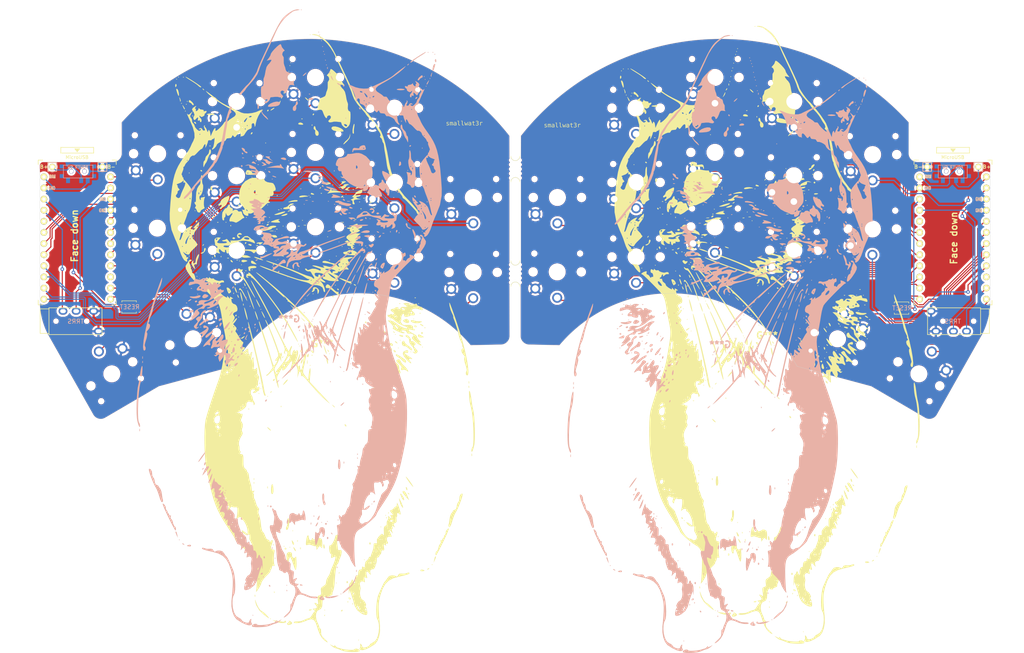
<source format=kicad_pcb>
(kicad_pcb (version 20240108) (generator "pcbnew") (generator_version "8.0")
  (layers (0 "F.Cu" signal) (31 "B.Cu" signal) (34 "B.Paste" user) (35 "F.Paste" user) (36 "B.SilkS" user "B.Silkscreen") (37 "F.SilkS" user "F.Silkscreen") (38 "B.Mask" user) (39 "F.Mask" user) (44 "Edge.Cuts" user))
  (net 0 "")
  (net 1 "BT+")
  (net 2 "gnd")
  (net 3 "vcc")
  (net 4 "Switch18")
  (net 5 "reset")
  (net 6 "Switch1")
  (net 7 "Switch2")
  (net 8 "Switch3")
  (net 9 "Switch4")
  (net 10 "Switch5")
  (net 11 "Switch6")
  (net 12 "Switch7")
  (net 13 "Switch8")
  (net 14 "Switch9")
  (net 15 "Switch10")
  (net 16 "Switch11")
  (net 17 "Switch12")
  (net 18 "Switch13")
  (net 19 "Switch14")
  (net 20 "Switch15")
  (net 21 "Switch16")
  (net 22 "Switch17")
  (net 23 "Net-(SW_POWER1-Pad1)")
  (net 24 "raw")
  (net 25 "BT+_r")
  (net 26 "Switch18_r")
  (net 27 "reset_r")
  (net 28 "Switch9_r")
  (net 29 "Switch10_r")
  (net 30 "Switch11_r")
  (net 31 "Switch12_r")
  (net 32 "Switch13_r")
  (net 33 "Switch14_r")
  (net 34 "Switch15_r")
  (net 35 "Switch16_r")
  (net 36 "Switch17_r")
  (net 37 "Switch1_r")
  (net 38 "Switch2_r")
  (net 39 "Switch3_r")
  (net 40 "Switch4_r")
  (net 41 "Switch5_r")
  (net 42 "Switch6_r")
  (net 43 "Switch7_r")
  (net 44 "Switch8_r")
  (net 45 "Net-(SW_POWERR1-Pad1)")
  (footprint "kbd:ProMicro_v3_min" (layer "F.Cu") (at 230.178 67.564)
    (property "Reference" "U1" (hide yes))
    (property "Value" "ProMicro-kbd" (hide yes))
  )
  (footprint "Kailh:TRRS-PJ-320A" (layer "F.Cu") (at 236.474 86.052 -90)
    (property "Reference" "J2")
    (property "Value" "AudioJack4dpb" (hide yes))
  )
  (footprint "* duckyb-collection:choc-v1-with-millmax" (layer "F.Cu") (at 175.856 64.516)
    (property "Reference" "SW16" (hide yes))
    (property "Value" "SW_Push" (hide yes))
  )
  (footprint "* duckyb-collection:choc-v1-with-millmax" (layer "F.Cu") (at 222.386 98.082 150)
    (property "Reference" "SW20" (hide yes))
    (property "Value" "SW_Push" (hide yes))
  )
  (footprint "* duckyb-collection:choc-v1-with-millmax" (layer "F.Cu") (at 157.856 71.374)
    (property "Reference" "SW15" (hide yes))
    (property "Value" "SW_Push" (hide yes))
  )
  (footprint "* duckyb-collection:choc-v1-with-millmax" (layer "F.Cu") (at 203.826 90.082 165)
    (property "Reference" "SW21" (hide yes))
    (property "Value" "SW_Push" (hide yes))
  )
  (footprint "* duckyb-collection:choc-v1-with-millmax" (layer "F.Cu") (at 193.856 69.85)
    (property "Reference" "SW17" (hide yes))
    (property "Value" "SW_Push" (hide yes))
  )
  (footprint "* duckyb-collection:choc-v1-with-millmax" (layer "F.Cu") (at 211.78 65)
    (property "Reference" "SW18" (hide yes))
    (property "Value" "SW_Push" (hide yes))
  )
  (footprint "* duckyb-collection:choc-v1-with-millmax" (layer "F.Cu") (at 175.856 30.382)
    (property "Reference" "SW4" (hide yes))
    (property "Value" "SW_Push" (hide yes))
  )
  (footprint "* duckyb-collection:choc-v1-with-millmax" (layer "F.Cu") (at 157.856 37.382)
    (property "Reference" "SW3" (hide yes))
    (property "Value" "SW_Push" (hide yes))
  )
  (footprint "* duckyb-collection:choc-v1-with-millmax" (layer "F.Cu") (at 157.856 54.356)
    (property "Reference" "SW9" (hide yes))
    (property "Value" "SW_Push" (hide yes))
  )
  (footprint "* duckyb-collection:choc-v1-with-millmax" (layer "F.Cu") (at 139.856 74.8)
    (property "Reference" "SW14" (hide yes))
    (property "Value" "SW_Push" (hide yes))
  )
  (footprint "* duckyb-collection:choc-v1-with-millmax" (layer "F.Cu") (at 211.836 48)
    (property "Reference" "SW12" (hide yes))
    (property "Value" "SW_Push" (hide yes))
  )
  (footprint "* duckyb-collection:choc-v1-with-millmax" (layer "F.Cu") (at 193.856 52.832)
    (property "Reference" "SW11" (hide yes))
    (property "Value" "SW_Push" (hide yes))
  )
  (footprint "* duckyb-collection:choc-v1-with-millmax" (layer "F.Cu") (at 139.9 57.8)
    (property "Reference" "SW8" (hide yes))
    (property "Value" "SW_Push" (hide yes))
  )
  (footprint "* duckyb-collection:choc-v1-with-millmax" (layer "F.Cu") (at 193.856 35.882)
    (property "Reference" "SW5" (hide yes))
    (property "Value" "SW_Push" (hide yes))
  )
  (footprint "Duckyb-Parts:mouse-bite-5mm-slot-with-space-for-track" (layer "F.Cu") (at 130.302 51.308)
    (property "Reference" "mouse-bite-2mm-slot" (hide yes))
    (property "Value" "VAL**" (hide yes))
  )
  (footprint "Duckyb-Parts:mouse-bite-5mm-slot-with-space-for-track" (layer "F.Cu") (at 130.302 75.184)
    (property "Reference" "mouse-bite-2mm-slot" (hide yes))
    (property "Value" "VAL**" (hide yes))
  )
  (footprint "kbd:SW_SPST_B3U-1000P" (layer "F.Cu") (at 218.44 83.058)
    (property "Reference" "RSW1" (hide yes))
    (property "Value" "SW_Push")
  )
  (footprint "* duckyb-collection:choc-v1-with-millmax" (layer "F.Cu") (at 175.856 47.498)
    (property "Reference" "SW10" (hide yes))
    (property "Value" "SW_Push" (hide yes))
  )
  (footprint "kbd:1pin_conn" (layer "F.Cu") (at 235.966 50.8)
    (property "Reference" "B+")
    (property "Value" "MountingHole_Pad" (hide yes))
  )
  (footprint "kbd:1pin_conn" (layer "F.Cu") (at 224.282 50.8)
    (property "Reference" "B-")
    (property "Value" "MountingHole_Pad" (hide yes))
  )
  (footprint "kbd:ProMicro_v3_min" (layer "F.Cu") (at 30.326 67.564)
    (property "Reference" "U2" (hide yes))
    (property "Value" "ProMicro-kbd" (hide yes))
  )
  (footprint "Kailh:TRRS-PJ-320A" (layer "F.Cu") (at 23.876 86.052 90)
    (property "Reference" "J1")
    (property "Value" "AudioJack4dpb" (hide yes))
  )
  (footprint "* duckyb-collection:choc-v1-with-millmax" (layer "F.Cu") (at 48.6 64.8)
    (property "Reference" "SW17_r1" (hide yes))
    (property "Value" "SW_Push" (hide yes))
  )
  (footprint "* duckyb-collection:choc-v1-with-millmax" (layer "F.Cu") (at 66.7 52.832)
    (property "Reference" "SW11_r1" (hide yes))
    (property "Value" "SW_Push" (hide yes))
  )
  (footprint "* duckyb-collection:choc-v1-with-millmax" (layer "F.Cu") (at 84.688 64.516)
    (property "Reference" "SW15_r1" (hide yes))
    (property "Value" "SW_Push" (hide yes))
  )
  (footprint "* duckyb-collection:choc-v1-with-millmax" (layer "F.Cu") (at 102.714 71.374)
    (property "Reference" "SW18_r1" (hide yes))
    (property "Value" "SW_Push" (hide yes))
  )
  (footprint "* duckyb-collection:choc-v1-with-millmax" (layer "F.Cu") (at 66.7 35.882)
    (property "Reference" "SW5_r1" (hide yes))
    (property "Value" "SW_Push" (hide yes))
  )
  (footprint "* duckyb-collection:choc-v1-with-millmax" (layer "F.Cu") (at 66.7 69.85)
    (property "Reference" "SW16_r1" (hide yes))
    (property "Value" "SW_Push" (hide yes))
  )
  (footprint "* duckyb-collection:choc-v1-with-millmax" (layer "F.Cu") (at 84.688 30.382)
    (property "Reference" "SW4_r1" (hide yes))
    (property "Value" "SW_Push" (hide yes))
  )
  (footprint "* duckyb-collection:choc-v1-with-millmax" (layer "F.Cu") (at 120.68 74.9)
    (property "Reference" "SW13_r1" (hide yes))
    (property "Value" "SW_Push" (hide yes))
  )
  (footprint "* duckyb-collection:choc-v1-with-millmax" (layer "F.Cu") (at 48.686 47.8)
    (property "Reference" "SW12_r1" (hide yes))
    (property "Value" "SW_Push" (hide yes))
  )
  (footprint "* duckyb-collection:choc-v1-with-millmax" (layer "F.Cu") (at 102.714 37.382)
    (property "Reference" "SW3_r1" (hide yes))
    (property "Value" "SW_Push" (hide yes))
  )
  (footprint "* duckyb-collection:choc-v1-with-millmax" (layer "F.Cu") (at 102.714 54.356)
    (property "Reference" "SW8_r1" (hide yes))
    (property "Value" "SW_Push" (hide yes))
  )
  (footprint "* duckyb-collection:choc-v1-with-millmax" (layer "F.Cu") (at 56.778 90.082 -165)
    (property "Reference" "SW21_r1" (hide yes))
    (property "Value" "SW_Push" (hide yes))
  )
  (footprint "* duckyb-collection:choc-v1-with-millmax" (layer "F.Cu") (at 84.688 47.498)
    (property "Reference" "SW9_r1" (hide yes))
    (property "Value" "SW_Push" (hide yes))
  )
  (footprint "* duckyb-collection:choc-v1-with-millmax" (layer "F.Cu") (at 38.218 98.082 -150)
    (property "Reference" "SW20_r1" (hide yes))
    (property "Value" "SW_Push" (hide yes))
  )
  (footprint "* duckyb-collection:choc-v1-with-millmax" (layer "F.Cu") (at 120.705 57.8)
    (property "Reference" "SW7_r1" (hide yes))
    (property "Value" "SW_Push" (hide yes))
  )
  (footprint "kbd:1pin_conn" (layer "F.Cu") (at 36.068 50.8)
    (property "Reference" "B-")
    (property "Value" "MountingHole_Pad" (hide yes))
  )
  (footprint "kbd:1pin_conn" (layer "F.Cu") (at 24.638 50.8)
    (property "Reference" "B+")
    (property "Value" "MountingHole_Pad" (hide yes))
  )
  (footprint "kbd:SW_SPST_B3U-1000P" (layer "F.Cu") (at 42.164 82.804)
    (property "Reference" "RSW2" (hide yes))
    (property "Value" "SW_Push")
  )
  (footprint "Desktop:lila" (layer "F.Cu") (at 187.75 89.29)
    (property "Reference" "G***")
    (property "Value" "LOGO" (hide yes))
  )
  (footprint "Desktop:lila" (layer "F.Cu") (at 86.25 91.18)
    (property "Reference" "G***")
    (property "Value" "LOGO" (hide yes))
  )
  (footprint "Kailh:SPDT_C128955" (layer "B.Cu") (at 230.124 51.816 180)
    (property "Reference" "POWER SW")
    (property "Value" "SW_SPDT")
  )
  (footprint "Kailh:SPDT_C128955" (layer "B.Cu") (at 30.48 51.816 180)
    (property "Reference" "POWER SW")
    (property "Value" "SW_SPDT")
  )
  (footprint "Desktop:lila" (layer "B.Cu") (at 78.69 85.51 180)
    (property "Reference" "G***")
    (property "Value" "LOGO" (hide yes))
  )
  (footprint "Desktop:lila" (layer "B.Cu") (at 177.03 91.39 180)
    (property "Reference" "G***")
    (property "Value" "LOGO" (hide yes))
  )
  (gr_rect (start 27.178 50.419) (end 33.909 53.34) (stroke (width 0.12)) (fill none) (layer "B.SilkS"))
  (gr_rect (start 226.822 50.419) (end 233.426 53.34) (stroke (width 0.12)) (fill none) (layer "B.SilkS"))
  (gr_line (start 131.5085 77.724) (end 131.506254 89.547024) (stroke (width 0.05)) (layer "Edge.Cuts"))
  (gr_arc (start 226.446 107.451265) (mid 225.204995 108.32098) (end 223.714 108.05) (stroke (width 0.05)) (layer "Edge.Cuts"))
  (gr_arc (start 237.99 49.692001) (mid 238.48768 49.929112) (end 238.6898 50.442) (stroke (width 0.05)) (layer "Edge.Cuts"))
  (gr_arc (start 133.544 91.383119) (mid 132.156573 90.874102) (end 131.506254 89.547024) (stroke (width 0.05)) (layer "Edge.Cuts"))
  (gr_line (start 222.085002 49.694917) (end 237.99 49.692) (stroke (width 0.05)) (layer "Edge.Cuts"))
  (gr_line (start 238.688 58.42) (end 238.688 66.548) (stroke (width 0.05)) (layer "Edge.Cuts"))
  (gr_line (start 236.953304 88.85815) (end 226.446 107.451265) (stroke (width 0.05)) (layer "Edge.Cuts"))
  (gr_arc (start 238.7 81.534) (mid 238.242913 85.295347) (end 236.953304 88.85815) (stroke (width 0.05)) (layer "Edge.Cuts"))
  (gr_line (start 238.688 50.442) (end 238.688 58.42) (stroke (width 0.05)) (layer "Edge.Cuts"))
  (gr_line (start 129.3495 48.768) (end 128.96 48.768) (stroke (width 0.05)) (layer "Edge.Cuts"))
  (gr_line (start 238.688 66.548) (end 238.688 75.438) (stroke (width 0.05)) (layer "Edge.Cuts"))
  (gr_line (start 238.688 75.438) (end 238.7 81.534) (stroke (width 0.05)) (layer "Edge.Cuts"))
  (gr_line (start 129.3495 72.644) (end 128.96 72.644) (stroke (width 0.05)) (layer "Edge.Cuts"))
  (gr_line (start 129.3495 53.848) (end 128.96 53.848) (stroke (width 0.05)) (layer "Edge.Cuts"))
  (gr_line (start 129.3495 77.724) (end 128.96 77.724) (stroke (width 0.05)) (layer "Edge.Cuts"))
  (gr_line (start 131.572 53.848) (end 131.572 72.644) (stroke (width 0.05)) (layer "Edge.Cuts"))
  (gr_line (start 21.792 50.442) (end 21.792 58.42) (stroke (width 0.05)) (layer "Edge.Cuts"))
  (gr_line (start 128.96 77.724) (end 128.975507 89.545022) (stroke (width 0.05)) (layer "Edge.Cuts"))
  (gr_arc (start 128.975507 89.545022) (mid 128.324689 90.873432) (end 126.936 91.383119) (stroke (width 0.05)) (layer "Edge.Cuts"))
  (gr_line (start 21.792 66.548) (end 21.792 73.914) (stroke (width 0.05)) (layer "Edge.Cuts"))
  (gr_line (start 23.526696 88.85815) (end 34.034 107.451265) (stroke (width 0.05)) (layer "Edge.Cuts"))
  (gr_arc (start 40.481999 47.763999) (mid 39.859467 49.145717) (end 38.446998 49.694917) (stroke (width 0.05)) (layer "Edge.Cuts"))
  (gr_arc (start 23.526696 88.85815) (mid 22.237087 85.295347) (end 21.78 81.534) (stroke (width 0.05)) (layer "Edge.Cuts"))
  (gr_arc (start 21.792 50.442) (mid 22.01167 49.91167) (end 22.542 49.692) (stroke (width 0.05)) (layer "Edge.Cuts"))
  (gr_line (start 38.446998 49.694917) (end 22.542 49.692) (stroke (width 0.05)) (layer "Edge.Cuts"))
  (gr_line (start 21.792 58.42) (end 21.792 66.548) (stroke (width 0.05)) (layer "Edge.Cuts"))
  (gr_arc (start 36.766 108.05) (mid 35.275005 108.32098) (end 34.034 107.451265) (stroke (width 0.05)) (layer "Edge.Cuts"))
  (gr_line (start 21.792 73.914) (end 21.78 81.534) (stroke (width 0.05)) (layer "Edge.Cuts"))
  (gr_line (start 128.96 53.848) (end 128.96 72.644) (stroke (width 0.05)) (layer "Edge.Cuts"))
  (gr_line (start 120.109414 91.53524) (end 126.936 91.383119) (stroke (width 0.05)) (layer "Edge.Cuts"))
  (gr_line (start 133.544 91.383119) (end 140.370586 91.53524) (stroke (width 0.05)) (layer "Edge.Cuts"))
  (gr_line (start 48.95 100.92) (end 65.88 96.36) (stroke (width 0.05)) (layer "Edge.Cuts"))
  (gr_line (start 131.572 48.768) (end 131.2545 48.768) (stroke (width 0.05)) (layer "Edge.Cuts"))
  (gr_arc (start 65.88 96.36) (mid 91.737248 79.81401) (end 120.109414 91.53524) (stroke (width 0.05)) (layer "Edge.Cuts"))
  (gr_line (start 211.53 100.92) (end 223.714 108.05) (stroke (width 0.05)) (layer "Edge.Cuts"))
  (gr_arc (start 131.254499 72.644) (mid 130.302 73.288873) (end 129.349501 72.643999) (stroke (width 0.05)) (layer "Edge.Cuts"))
  (gr_line (start 131.572 53.848) (end 131.2545 53.848) (stroke (width 0.05)) (layer "Edge.Cuts"))
  (gr_arc (start 129.349501 77.724) (mid 130.302 77.079127) (end 131.254499 77.724001) (stroke (width 0.05)) (layer "Edge.Cuts"))
  (gr_arc (start 222.085002 49.694917) (mid 220.672533 49.145717) (end 220.050001 47.763999) (stroke (width 0.05)) (layer "Edge.Cuts"))
  (gr_line (start 194.6 96.36) (end 211.53 100.92) (stroke (width 0.05)) (layer "Edge.Cuts"))
  (gr_arc (start 131.582001 43.720001) (mid 175.102645 21.624442) (end 220.057237 40.633516) (stroke (width 0.05)) (layer "Edge.Cuts"))
  (gr_line (start 36.766 108.05) (end 48.95 100.92) (stroke (width 0.05)) (layer "Edge.Cuts"))
  (gr_arc (start 140.370586 91.53524) (mid 168.742752 79.81401) (end 194.6 96.36) (stroke (width 0.05)) (layer "Edge.Cuts"))
  (gr_line (start 220.050001 47.763999) (end 220.057237 40.633516) (stroke (width 0.05)) (layer "Edge.Cuts"))
  (gr_line (start 131.582 43.72) (end 131.572 48.768) (stroke (width 0.05)) (layer "Edge.Cuts"))
  (gr_line (start 128.96 48.768) (end 128.949999 43.720001) (stroke (width 0.05)) (layer "Edge.Cuts"))
  (gr_line (start 40.474763 40.633516) (end 40.481999 47.763999) (stroke (width 0.05)) (layer "Edge.Cuts"))
  (gr_arc (start 40.474764 40.633515) (mid 85.429355 21.624442) (end 128.949999 43.720001) (stroke (width 0.05)) (layer "Edge.Cuts"))
  (gr_line (start 131.572 72.644) (end 131.2545 72.644) (stroke (width 0.05)) (layer "Edge.Cuts"))
  (gr_arc (start 131.254499 48.768) (mid 130.302 49.412873) (end 129.349501 48.767999) (stroke (width 0.05)) (layer "Edge.Cuts"))
  (gr_line (start 131.5085 77.724) (end 131.2545 77.724) (stroke (width 0.05)) (layer "Edge.Cuts"))
  (gr_arc (start 129.349501 53.848) (mid 130.302 53.203127) (end 131.254499 53.848001) (stroke (width 0.05)) (layer "Edge.Cuts"))
  (gr_text "Face down" (at 230.378 67.056 90) (layer "F.SilkS") (effects (font (size 1.5 1.5) (thickness 0.3))))
  (gr_text "Face down" (at 29.718 66.548 90) (layer "F.SilkS") (effects (font (size 1.5 1.5) (thickness 0.3))))
  (gr_text "smallwat3r" (at 114.45 41.51 0) (layer "F.SilkS") (effects (font (size 1 1)) (justify left bottom)))
  (gr_text "smallwat3r" (at 136.81 41.95 0) (layer "F.SilkS") (effects (font (size 1 1)) (justify left bottom)))
  (segment (start 25.360999 51.522999) (end 28.051999 51.522999) (width 0.25) (layer "B.Cu") (net 1))
  (segment (start 24.638 50.8) (end 25.360999 51.522999) (width 0.25) (layer "B.Cu") (net 1))
  (segment (start 29.046501 50.890501) (end 29.373499 50.890501) (width 0.25) (layer "B.Cu") (net 1))
  (segment (start 28.738499 50.836499) (end 28.992499 50.836499) (width 0.25) (layer "B.Cu") (net 1))
  (segment (start 31.23 52.747002) (end 31.23 53.891) (width 0.25) (layer "B.Cu") (net 1))
  (segment (start 28.051999 51.522999) (end 28.738499 50.836499) (width 0.25) (layer "B.Cu") (net 1))
  (segment (start 29.373499 50.890501) (end 31.23 52.747002) (width 0.25) (layer "B.Cu") (net 1))
  (segment (start 28.992499 50.836499) (end 29.046501 50.890501) (width 0.25) (layer "B.Cu") (net 1))
  (segment (start 224.8576 85.65317) (end 225.174 85.33677) (width 0.25) (layer "F.Cu") (net 2))
  (segment (start 225.174 85.33677) (end 225.174 83.552) (width 0.25) (layer "F.Cu") (net 2))
  (segment (start 216.74 83.058) (end 216.74 84.758) (width 0.25) (layer "F.Cu") (net 2))
  (segment (start 216.74 85.54477) (end 216.8484 85.65317) (width 0.25) (layer "F.Cu") (net 2))
  (segment (start 216.8484 85.65317) (end 224.8576 85.65317) (width 0.25) (layer "F.Cu") (net 2))
  (segment (start 216.74 84.758) (end 216.74 85.54477) (width 0.25) (layer "F.Cu") (net 2))
  (segment (start 40.40601 82.74601) (end 40.464 82.804) (width 0.25) (layer "F.Cu") (net 2))
  (segment (start 34.076 83.552) (end 37.80201 83.552) (width 0.25) (layer "F.Cu") (net 2))
  (segment (start 37.80201 83.552) (end 38.608 82.74601) (width 0.25) (layer "F.Cu") (net 2))
  (segment (start 38.608 82.74601) (end 40.40601 82.74601) (width 0.25) (layer "F.Cu") (net 2))
  (segment (start 226.254 88.332) (end 226.274 88.352) (width 0.25) (layer "B.Cu") (net 2))
  (segment (start 226.244 88.322) (end 226.274 88.352) (width 0.25) (layer "B.Cu") (net 2))
  (segment (start 26.924 83.4) (end 27.076 83.552) (width 0.25) (layer "F.Cu") (net 3))
  (segment (start 26.924 74.168) (end 26.924 83.4) (width 0.25) (layer "F.Cu") (net 3))
  (via (at 26.924 74.168) (size 0.8) (drill 0.4) (layers "F.Cu" "B.Cu") (net 3))
  (segment (start 233.254 88.332) (end 233.274 88.352) (width 0.25) (layer "B.Cu") (net 3))
  (segment (start 26.924 65.1126) (end 26.924 74.168) (width 0.25) (layer "B.Cu") (net 3))
  (segment (start 22.5174 60.706) (end 26.924 65.1126) (width 0.25) (layer "B.Cu") (net 3))
  (segment (start 235.17 63.4) (end 235.17 81.536396) (width 0.25) (layer "B.Cu") (net 3))
  (segment (start 235.17 81.536396) (end 233.274 83.432396) (width 0.25) (layer "B.Cu") (net 3))
  (segment (start 233.274 83.432396) (end 233.274 88.152) (width 0.25) (layer "B.Cu") (net 3))
  (segment (start 232.476 60.706) (end 235.17 63.4) (width 0.25) (layer "B.Cu") (net 3))
  (segment (start 222.7694 60.706) (end 232.476 60.706) (width 0.25) (layer "B.Cu") (net 3))
  (segment (start 232.3 62.04) (end 232.3 61.3154) (width 0.25) (layer "F.Cu") (net 4))
  (segment (start 232.3 61.3154) (end 237.9894 55.626) (width 0.25) (layer "F.Cu") (net 4))
  (via (at 232.3 62.04) (size 0.8) (drill 0.4) (layers "F.Cu" "B.Cu") (net 4))
  (segment (start 230.274 85.796) (end 230.274 88.152) (width 0.25) (layer "B.Cu") (net 4))
  (segment (start 234.72 81.35) (end 230.274 85.796) (width 0.25) (layer "B.Cu") (net 4))
  (segment (start 234.72 64.46) (end 234.72 81.35) (width 0.25) (layer "B.Cu") (net 4))
  (segment (start 232.3 62.04) (end 234.72 64.46) (width 0.25) (layer "B.Cu") (net 4))
  (segment (start 220.14 83.058) (end 221.234 83.058) (width 0.25) (layer "F.Cu") (net 5))
  (segment (start 221.234 83.058) (end 221.488 83.312) (width 0.25) (layer "F.Cu") (net 5))
  (via (at 221.488 83.312) (size 0.8) (drill 0.4) (layers "F.Cu" "B.Cu") (net 5))
  (segment (start 221.488 82.55) (end 221.234 82.296) (width 0.25) (layer "B.Cu") (net 5))
  (segment (start 221.488 83.312) (end 221.488 82.55) (width 0.25) (layer "B.Cu") (net 5))
  (segment (start 221.234 59.7014) (end 221.234 82.296) (width 0.25) (layer "B.Cu") (net 5))
  (segment (start 222.7694 58.166) (end 221.234 59.7014) (width 0.25) (layer "B.Cu") (net 5))
  (segment (start 157.856 43.282) (end 158.344 43.282) (width 0.25) (layer "F.Cu") (net 7))
  (segment (start 221.742 70.866) (end 222.5694 70.866) (width 0.25) (layer "F.Cu") (net 7))
  (segment (start 218.86798 65.23798) (end 220.35 66.72) (width 0.25) (layer "F.Cu") (net 7))
  (segment (start 203.11641 50.334) (end 207.443238 50.334) (width 0.25) (layer "F.Cu") (net 7))
  (segment (start 169.513318 40.64) (end 183.51359 40.64) (width 0.25) (layer "F.Cu") (net 7))
  (segment (start 220.35 69.474) (end 221.742 70.866) (width 0.25) (layer "F.Cu") (net 7))
  (segment (start 199.91042 47.12801) (end 203.11641 50.334) (width 0.25) (layer "F.Cu") (net 7))
  (segment (start 197.92919 47.12801) (end 199.91042 47.12801) (width 0.25) (layer "F.Cu") (net 7))
  (segment (start 163.853591 43.282001) (end 166.871317 43.282001) (width 0.25) (layer "F.Cu") (net 7))
  (segment (start 183.51359 40.64) (end 188.7896 45.91601) (width 0.25) (layer "F.Cu") (net 7))
  (segment (start 159.234991 44.172991) (end 162.962599 44.172991) (width 0.25) (layer "F.Cu") (net 7))
  (segment (start 196.71719 45.91601) (end 197.92919 47.12801) (width 0.25) (layer "F.Cu") (net 7))
  (segment (start 218.86798 51.503241) (end 218.86798 65.23798) (width 0.25) (layer "F.Cu") (net 7))
  (segment (start 166.871317 43.282001) (end 169.513318 40.64) (width 0.25) (layer "F.Cu") (net 7))
  (segment (start 208.612479 51.503241) (end 218.86798 51.503241) (width 0.25) (layer "F.Cu") (net 7))
  (segment (start 162.962599 44.172991) (end 163.853591 43.282001) (width 0.25) (layer "F.Cu") (net 7))
  (segment (start 207.443238 50.334) (end 208.612479 51.503241) (width 0.25) (layer "F.Cu") (net 7))
  (segment (start 220.35 66.72) (end 220.35 69.474) (width 0.25) (layer "F.Cu") (net 7))
  (segment (start 188.7896 45.91601) (end 196.71719 45.91601) (width 0.25) (layer "F.Cu") (net 7))
  (segment (start 158.344 43.282) (end 159.234991 44.172991) (width 0.25) (layer "F.Cu") (net 7))
  (segment (start 219.311221 51.053241) (end 219.31798 51.06) (width 0.25) (layer "F.Cu") (net 8))
  (segment (start 208.798875 51.053241) (end 219.311221 51.053241) (width 0.25) (layer "F.Cu") (net 8))
  (segment (start 219.31798 64.87458) (end 222.7694 68.326) (width 0.25) (layer "F.Cu") (net 8))
  (segment (start 219.31798 51.06) (end 219.31798 64.87458) (width 0.25) (layer "F.Cu") (net 8))
  (segment (start 188.976 45.466) (end 196.90359 45.466) (width 0.25) (layer "F.Cu") (net 8))
  (segment (start 196.90359 45.466) (end 198.1156 46.67801) (width 0.25) (layer "F.Cu") (net 8))
  (segment (start 203.30282 49.884) (end 207.629634 49.884) (width 0.25) (layer "F.Cu") (net 8))
  (segment (start 183.69999 40.18999) (end 188.976 45.466) (width 0.25) (layer "F.Cu") (net 8))
  (segment (start 179.76399 40.18999) (end 183.69999 40.18999) (width 0.25) (layer "F.Cu") (net 8))
  (segment (start 198.1156 46.67801) (end 200.09683 46.67801) (width 0.25) (layer "F.Cu") (net 8))
  (segment (start 200.09683 46.67801) (end 203.30282 49.884) (width 0.25) (layer "F.Cu") (net 8))
  (segment (start 207.629634 49.884) (end 208.798875 51.053241) (width 0.25) (layer "F.Cu") (net 8))
  (segment (start 175.856 36.282) (end 179.76399 40.18999) (width 0.25) (layer "F.Cu") (net 8))
  (segment (start 219.497617 50.603241) (end 219.76798 50.873604) (width 0.25) (layer "F.Cu") (net 9))
  (segment (start 208.985271 50.603241) (end 219.497617 50.603241) (width 0.25) (layer "F.Cu") (net 9))
  (segment (start 219.76798 64.44798) (end 221.106 65.786) (width 0.25) (layer "F.Cu") (net 9))
  (segment (start 219.76798 50.873604) (end 219.76798 64.44798) (width 0.25) (layer "F.Cu") (net 9))
  (segment (start 193.856 41.782) (end 198.30201 46.22801) (width 0.25) (layer "F.Cu") (net 9))
  (segment (start 203.489216 49.434) (end 207.81603 49.434) (width 0.25) (layer "F.Cu") (net 9))
  (segment (start 198.30201 46.22801) (end 200.283226 46.22801) (width 0.25) (layer "F.Cu") (net 9))
  (segment (start 207.81603 49.434) (end 208.985271 50.603241) (width 0.25) (layer "F.Cu") (net 9))
  (segment (start 200.283226 46.22801) (end 203.489216 49.434) (width 0.25) (layer "F.Cu") (net 9))
  (segment (start 221.106 65.786) (end 222.7694 65.786) (width 0.25) (layer "F.Cu") (net 9))
  (segment (start 192.658802 56.26052) (end 197.046916 56.26052) (width 0.25) (layer "F.Cu") (net 11))
  (segment (start 200.031396 68.05) (end 201.31 69.328604) (width 0.25) (layer "F.Cu") (net 11))
  (segment (start 176.842678 51.366) (end 184.462668 58.98599) (width 0.25) (layer "F.Cu") (net 11))
  (segment (start 220.71 74.94) (end 222.244 73.406) (width 0.25) (layer "F.Cu") (net 11))
  (segment (start 139.9 63.7) (end 140.4 64.2) (width 0.25) (layer "F.Cu") (net 11))
  (segment (start 214.189188 72.64) (end 218.229188 76.68) (width 0.25) (layer "F.Cu") (net 11))
  (segment (start 184.462668 58.98599) (end 189.933332 58.98599) (width 0.25) (layer "F.Cu") (net 11))
  (segment (start 156.81 58.05) (end 158.38 58.05) (width 0.25) (layer "F.Cu") (net 11))
  (segment (start 158.38 58.05) (end 160.13599 59.80599) (width 0.25) (layer "F.Cu") (net 11))
  (segment (start 220.71 76.68) (end 220.71 74.94) (width 0.25) (layer "F.Cu") (net 11))
  (segment (start 222.244 73.406) (end 222.5694 73.406) (width 0.25) (layer "F.Cu") (net 11))
  (segment (start 211.25595 72.64) (end 214.189188 72.64) (width 0.25) (layer "F.Cu") (net 11))
  (segment (start 201.43 70.6) (end 209.21595 70.6) (width 0.25) (layer "F.Cu") (net 11))
  (segment (start 197.31052 56.524124) (end 197.31052 68.05) (width 0.25) (layer "F.Cu") (net 11))
  (segment (start 174.566322 51.366) (end 176.842678 51.366) (width 0.25) (layer "F.Cu") (net 11))
  (segment (start 209.21595 70.6) (end 211.25595 72.64) (width 0.25) (layer "F.Cu") (net 11))
  (segment (start 197.046916 56.26052) (end 197.31052 56.524124) (width 0.25) (layer "F.Cu") (net 11))
  (segment (start 140.4 64.2) (end 150.66 64.2) (width 0.25) (layer "F.Cu") (net 11))
  (segment (start 218.229188 76.68) (end 220.71 76.68) (width 0.25) (layer "F.Cu") (net 11))
  (segment (start 197.31052 68.05) (end 200.031396 68.05) (width 0.25) (layer "F.Cu") (net 11))
  (segment (start 160.13599 59.80599) (end 166.126332 59.80599) (width 0.25) (layer "F.Cu") (net 11))
  (segment (start 189.933332 58.98599) (end 192.658802 56.26052) (width 0.25) (layer "F.Cu") (net 11))
  (segment (start 150.66 64.2) (end 156.81 58.05) (width 0.25) (layer "F.Cu") (net 11))
  (segment (start 201.31 69.328604) (end 201.31 70.48) (width 0.25) (layer "F.Cu") (net 11))
  (segment (start 166.126332 59.80599) (end 174.566322 51.366) (width 0.25) (layer "F.Cu") (net 11))
  (segment (start 201.31 70.48) (end 201.43 70.6) (width 0.25) (layer "F.Cu") (net 11))
  (segment (start 196.86052 56.71052) (end 196.86052 68.44052) (width 0.25) (layer "F.Cu") (net 12))
  (segment (start 221.3454 77.17) (end 222.5694 75.946) (width 0.25) (layer "F.Cu") (net 12))
  (segment (start 200.86 71.05) (end 209.029554 71.05) (width 0.25) (layer "F.Cu") (net 12))
  (segment (start 166.312718 60.256) (end 174.752718 51.816) (width 0.25) (layer "F.Cu") (net 12))
  (segment (start 200.86 69.515) (end 200.86 71.05) (width 0.25) (layer "F.Cu") (net 12))
  (segment (start 214.002792 73.09) (end 218.082792 77.17) (width 0.25) (layer "F.Cu") (net 12))
  (segment (start 192.845198 56.71052) (end 196.86052 56.71052) (width 0.25) (layer "F.Cu") (net 12))
  (segment (start 176.656282 51.816) (end 184.276282 59.436) (width 0.25) (layer "F.Cu") (net 12))
  (segment (start 199.845 68.5) (end 200.86 69.515) (width 0.25) (layer "F.Cu") (net 12))
  (segment (start 174.752718 51.816) (end 176.656282 51.816) (width 0.25) (layer "F.Cu") (net 12))
  (segment (start 190.119718 59.436) (end 192.845198 56.71052) (width 0.25) (layer "F.Cu") (net 12))
  (segment (start 196.92 68.5) (end 199.845 68.5) (width 0.25) (layer "F.Cu") (net 12))
  (segment (start 157.856 60.256) (end 166.312718 60.256) (width 0.25) (layer "F.Cu") (net 12))
  (segment (start 218.082792 77.17) (end 221.3454 77.17) (width 0.25) (layer "F.Cu") (net 12))
  (segment (start 209.029554 71.05) (end 211.069554 73.09) (width 0.25) (layer "F.Cu") (net 12))
  (segment (start 196.86052 68.44052) (end 196.92 68.5) (width 0.25) (layer "F.Cu") (net 12))
  (segment (start 211.069554 73.09) (end 214.002792 73.09) (width 0.25) (layer "F.Cu") (net 12))
  (segment (start 184.276282 59.436) (end 190.119718 59.436) (width 0.25) (layer "F.Cu") (net 12))
  (segment (start 184.089886 59.886) (end 190.356659 59.886) (width 0.25) (layer "F.Cu") (net 13))
  (segment (start 221.7034 77.62) (end 222.5694 78.486) (width 0.25) (layer "F.Cu") (net 13))
  (segment (start 208.843158 71.5) (end 210.883158 73.54) (width 0.25) (layer "F.Cu") (net 13))
  (segment (start 175.768 53.398) (end 177.601886 53.398) (width 0.25) (layer "F.Cu") (net 13))
  (segment (start 190.356659 59.886) (end 193.082139 57.16052) (width 0.25) (layer "F.Cu") (net 13))
  (segment (start 198.96 71.5) (end 208.843158 71.5) (width 0.25) (layer "F.Cu") (net 13))
  (segment (start 210.883158 73.54) (end 213.816396 73.54) (width 0.25) (layer "F.Cu") (net 13))
  (segment (start 217.896396 77.62) (end 221.7034 77.62) (width 0.25) (layer "F.Cu") (net 13))
  (segment (start 196.41 68.95) (end 198.96 71.5) (width 0.25) (layer "F.Cu") (net 13))
  (segment (start 177.601886 53.398) (end 184.089886 59.886) (width 0.25) (layer "F.Cu") (net 13))
  (segment (start 213.816396 73.54) (end 217.896396 77.62) (width 0.25) (layer "F.Cu") (net 13))
  (segment (start 193.082139 57.16052) (end 196.41 57.16052) (width 0.25) (layer "F.Cu") (net 13))
  (segment (start 196.41 57.16052) (end 196.41 68.95) (width 0.25) (layer "F.Cu") (net 13))
  (segment (start 219.962 80.322) (end 222.0654 80.322) (width 0.25) (layer "F.Cu") (net 14))
  (segment (start 210.696762 73.99) (end 213.63 73.99) (width 0.25) (layer "F.Cu") (net 14))
  (segment (start 222.0654 80.322) (end 222.7694 81.026) (width 0.25) (layer "F.Cu") (net 14))
  (segment (start 195.96 58.76) (end 195.96 69.136396) (width 0.25) (layer "F.Cu") (net 14))
  (segment (start 193.802 58.732) (end 195.932 58.732) (width 0.25) (layer "F.Cu") (net 14))
  (segment (start 198.773604 71.95) (end 208.656762 71.95) (width 0.25) (layer "F.Cu") (net 14))
  (segment (start 208.656762 71.95) (end 210.696762 73.99) (width 0.25) (layer "F.Cu") (net 14))
  (segment (start 195.96 69.136396) (end 198.773604 71.95) (width 0.25) (layer "F.Cu") (net 14))
  (segment (start 195.932 58.732) (end 195.96 58.76) (width 0.25) (layer "F.Cu") (net 14))
  (segment (start 213.63 73.99) (end 219.962 80.322) (width 0.25) (layer "F.Cu") (net 14))
  (segment (start 237.9894 53.086) (end 233.68 57.3954) (width 0.25) (layer "F.Cu") (net 15))
  (segment (start 233.68 57.3954) (end 233.68 58.42) (width 0.25) (layer "F.Cu") (net 15))
  (via (at 233.68 58.42) (size 0.8) (drill 0.4) (layers "F.Cu" "B.Cu") (net 15))
  (segment (start 232.481001 59.618999) (end 233.68 58.42) (width 0.25) (layer "B.Cu") (net 15))
  (segment (start 226.893001 59.618999) (end 232.481001 59.618999) (width 0.25) (layer "B.Cu") (net 15))
  (segment (start 224.170002 56.896) (end 226.893001 59.618999) (width 0.25) (layer "B.Cu") (net 15))
  (segment (start 216.714 53.9) (end 219.71 56.896) (width 0.25) (layer "B.Cu") (net 15))
  (segment (start 211.836 53.9) (end 216.714 53.9) (width 0.25) (layer "B.Cu") (net 15))
  (segment (start 219.71 56.896) (end 224.170002 56.896) (width 0.25) (layer "B.Cu") (net 15))
  (segment (start 186.558198 73.131802) (end 187.68 72.01) (width 0.25) (layer "F.Cu") (net 16))
  (segment (start 151.56 81.3) (end 157.18 75.68) (width 0.25) (layer "F.Cu") (net 16))
  (segment (start 166.889546 70.854454) (end 172.285546 70.854454) (width 0.25) (layer "F.Cu") (net 16))
  (segment (start 187.68 72.01) (end 189.76 72.01) (width 0.25) (layer "F.Cu") (net 16))
  (segment (start 189.76 72.01) (end 190.19 72.44) (width 0.25) (layer "F.Cu") (net 16))
  (segment (start 190.19 72.44) (end 208.49 72.44) (width 0.25) (layer "F.Cu") (net 16))
  (segment (start 162.064 75.68) (end 166.889546 70.854454) (width 0.25) (layer "F.Cu") (net 16))
  (segment (start 220.726 80.772) (end 222.25 82.296) (width 0.25) (layer "F.Cu") (net 16))
  (segment (start 228.21759 81.026) (end 228.21759 78.70936) (width 0.25) (layer "F.Cu") (net 16))
  (segment (start 219.742 80.772) (end 220.726 80.772) (width 0.25) (layer "F.Cu") (net 16))
  (segment (start 235.802379 71.124571) (end 235.802379 64.897621) (width 0.25) (layer "F.Cu") (net 16))
  (segment (start 208.49 72.44) (end 210.51 74.46) (width 0.25) (layer "F.Cu") (net 16))
  (segment (start 174.85 68.29) (end 181.716396 68.29) (width 0.25) (layer "F.Cu") (net 16))
  (segment (start 223.366176 82.296) (end 224.636176 81.026) (width 0.25) (layer "F.Cu") (net 16))
  (segment (start 237.454 63.246) (end 237.7894 63.246) (width 0.25) (layer "F.Cu") (net 16))
  (segment (start 140.456 81.3) (end 151.56 81.3) (width 0.25) (layer "F.Cu") (net 16))
  (segment (start 210.51 74.46) (end 213.43 74.46) (width 0.25) (layer "F.Cu") (net 16))
  (segment (start 222.25 82.296) (end 223.366176 82.296) (width 0.25) (layer "F.Cu") (net 16))
  (segment (start 235.802379 64.897621) (end 237.454 63.246) (width 0.25) (layer "F.Cu") (net 16))
  (segment (start 213.43 74.46) (end 219.742 80.772) (width 0.25) (layer "F.Cu") (net 16))
  (segment (start 181.716396 68.29) (end 186.558198 73.131802) (width 0.25) (layer "F.Cu") (net 16))
  (segment (start 228.21759 78.70936) (end 235.802379 71.124571) (width 0.25) (layer "F.Cu") (net 16))
  (segment (start 139.856 80.7) (end 140.456 81.3) (width 0.25) (layer "F.Cu") (net 16))
  (segment (start 157.18 75.68) (end 162.064 75.68) (width 0.25) (layer "F.Cu") (net 16))
  (segment (start 172.285546 70.854454) (end 174.85 68.29) (width 0.25) (layer "F.Cu") (net 16))
  (segment (start 224.636176 81.026) (end 228.21759 81.026) (width 0.25) (layer "F.Cu") (net 16))
  (segment (start 208.28 72.91) (end 210.3 74.93) (width 0.25) (layer "F.Cu") (net 17))
  (segment (start 181.54 68.75) (end 188.355 75.565) (width 0.25) (layer "F.Cu") (net 17))
  (segment (start 191.98 72.91) (end 208.28 72.91) (width 0.25) (layer "F.Cu") (net 17))
  (segment (start 157.856 77.274) (end 161.10641 77.274) (width 0.25) (layer "F.Cu") (net 17))
  (segment (start 236.252389 71.330191) (end 236.252389 67.323011) (width 0.25) (layer "F.Cu") (net 17))
  (segment (start 222.108883 82.791293) (end 223.507293 82.791293) (width 0.25) (layer "F.Cu") (net 17))
  (segment (start 189.325 75.565) (end 191.98 72.91) (width 0.25) (layer "F.Cu") (net 17))
  (segment (start 236.252389 67.323011) (end 237.7894 65.786) (width 0.25) (layer "F.Cu") (net 17))
  (segment (start 223.507293 82.791293) (end 224.764586 81.534) (width 0.25) (layer "F.Cu") (net 17))
  (segment (start 161.10641 77.274) (end 167.075946 71.304464) (width 0.25) (layer "F.Cu") (net 17))
  (segment (start 213.25 74.93) (end 219.563385 81.243385) (width 0.25) (layer "F.Cu") (net 17))
  (segment (start 219.563385 81.243385) (end 220.560975 81.243385) (width 0.25) (layer "F.Cu") (net 17))
  (segment (start 210.3 74.93) (end 213.25 74.93) (width 0.25) (layer "F.Cu") (net 17))
  (segment (start 167.075946 71.304464) (end 172.485536 71.304464) (width 0.25) (layer "F.Cu") (net 17))
  (segment (start 228.706875 81.173125) (end 228.706875 78.856485) (width 0.25) (layer "F.Cu") (net 17))
  (segment (start 220.560975 81.243385) (end 222.108883 82.791293) (width 0.25) (layer "F.Cu") (net 17))
  (segment (start 188.355 75.565) (end 189.325 75.565) (width 0.25) (layer "F.Cu") (net 17))
  (segment (start 229.109287 78.473293) (end 236.252389 71.330191) (width 0.25) (layer "F.Cu") (net 17))
  (segment (start 224.764586 81.534) (end 228.346 81.534) (width 0.25) (layer "F.Cu") (net 17))
  (segment (start 228.706875 78.856485) (end 229.090067 78.473293) (width 0.25) (layer "F.Cu") (net 17))
  (segment (start 172.485536 71.304464) (end 175.04 68.75) (width 0.25) (layer "F.Cu") (net 17))
  (segment (start 175.04 68.75) (end 181.54 68.75) (width 0.25) (layer "F.Cu") (net 17))
  (segment (start 228.346 81.534) (end 228.706875 81.173125) (width 0.25) (layer "F.Cu") (net 17))
  (segment (start 229.090067 78.473293) (end 229.109287 78.473293) (width 0.25) (layer "F.Cu") (net 17))
  (segment (start 192.2 73.38) (end 189.56548 76.01452) (width 0.25) (layer "F.Cu") (net 18))
  (segment (start 227.83121 82.6852) (end 227.83121 83.31597) (width 0.25) (layer "F.Cu") (net 18))
  (segment (start 229.176105 79.042885) (end 229.156885 79.042885) (width 0.25) (layer "F.Cu") (net 18))
  (segment (start 229.156885 79.042885) (end 229.156884 81.359526) (width 0.25) (layer "F.Cu") (net 18))
  (segment (start 229.156884 81.359526) (end 227.83121 82.6852) (width 0.25) (layer "F.Cu") (net 18))
  (segment (start 225.044 86.10318) (end 219.96682 86.10318) (width 0.25) (layer "F.Cu") (net 18))
  (segment (start 219.96682 86.10318) (end 219.71 86.36) (width 0.25) (layer "F.Cu") (net 18))
  (segment (start 216.91882 86.36) (end 215.58801 85.02919) (width 0.25) (layer "F.Cu") (net 18))
  (segment (start 237.7894 68.326) (end 236.702399 69.413001) (width 0.25) (layer "F.Cu") (net 18))
  (segment (start 189.56548 76.01452) (end 188.11452 76.01452) (width 0.25) (layer "F.Cu") (net 18))
  (segment (start 188.11452 76.01452) (end 181.3 69.2) (width 0.25) (layer "F.Cu") (net 18))
  (segment (start 236.702399 69.413001) (end 236.702399 71.516591) (width 0.25) (layer "F.Cu") (net 18))
  (segment (start 213.123604 75.44) (end 210.12 75.44) (width 0.25) (layer "F.Cu") (net 18))
  (segment (start 215.58801 77.904406) (end 213.123604 75.44) (width 0.25) (layer "F.Cu") (net 18))
  (segment (start 210.12 75.44) (end 208.06 73.38) (width 0.25) (layer "F.Cu") (net 18))
  (segment (start 215.58801 85.02919) (end 215.58801 77.904406) (width 0.25) (layer "F.Cu") (net 18))
  (segment (start 181.3 69.2) (end 176.984 69.2) (width 0.25) (layer "F.Cu") (net 18))
  (segment (start 176.984 69.2) (end 175.768 70.416) (width 0.25) (layer "F.Cu") (net 18))
  (segment (start 208.06 73.38) (end 192.2 73.38) (width 0.25) (layer "F.Cu") (net 18))
  (segment (start 227.83121 83.31597) (end 225.044 86.10318) (width 0.25) (layer "F.Cu") (net 18))
  (segment (start 236.702399 71.516591) (end 229.176105 79.042885) (width 0.25) (layer "F.Cu") (net 18))
  (segment (start 219.71 86.36) (end 216.91882 86.36) (width 0.25) (layer "F.Cu") (net 18))
  (segment (start 229.606893 81.545927) (end 229.606893 81.289107) (width 0.25) (layer "F.Cu") (net 19))
  (segment (start 229.606893 81.289107) (end 229.606895 81.289105) (width 0.25) (layer "F.Cu") (net 19))
  (segment (start 229.606895 79.248505) (end 229.606895 81.289105) (width 0.25) (layer "F.Cu") (net 19))
  (segment (start 229.606895 79.248505) (end 229.606893 81.545927) (width 0.25) (layer "F.Cu") (net 19))
  (segment (start 237.9894 70.866) (end 229.606895 79.248505) (width 0.25) (layer "F.Cu") (net 19))
  (segment (start 215.138 80.95559) (end 215.138 85.21559) (width 0.25) (layer "F.Cu") (net 19))
  (segment (start 195.722 73.83) (end 207.873604 73.83) (width 0.25) (layer "F.Cu") (net 19))
  (segment (start 193.802 75.75) (end 195.722 73.83) (width 0.25) (layer "F.Cu") (net 19))
  (segment (start 228.28122 83.50237) (end 228.28122 82.8716) (width 0.25) (layer "F.Cu") (net 19))
  (segment (start 212.91 75.89) (end 215.13801 78.11801) (width 0.25) (layer "F.Cu") (net 19))
  (segment (start 228.28122 82.8716) (end 229.606893 81.545927) (width 0.25) (layer "F.Cu") (net 19))
  (segment (start 216.79041 86.868) (end 219.964 86.868) (width 0.25) (layer "F.Cu") (net 19))
  (segment (start 215.138 85.21559) (end 216.79041 86.868) (width 0.25) (layer "F.Cu") (net 19))
  (segment (start 219.964 86.868) (end 220.27881 86.55319) (width 0.25) (layer "F.Cu") (net 19))
  (segment (start 225.2304 86.55319) (end 228.28122 83.50237) (width 0.25) (layer "F.Cu") (net 19))
  (segment (start 215.13801 80.95558) (end 215.138 80.95559) (width 0.25) (layer "F.Cu") (net 19))
  (segment (start 220.27881 86.55319) (end 225.2304 86.55319) (width 0.25) (layer "F.Cu") (net 19))
  (segment (start 209.933604 75.89) (end 212.91 75.89) (width 0.25) (layer "F.Cu") (net 19))
  (segment (start 207.873604 73.83) (end 209.933604 75.89) (width 0.25) (layer "F.Cu") (net 19))
  (segment (start 215.13801 78.11801) (end 215.13801 80.95558) (width 0.25) (layer "F.Cu") (net 19))
  (segment (start 233.61 79.38) (end 233.61 77.7854) (width 0.25) (layer "F.Cu") (net 20))
  (segment (start 233.61 77.7854) (end 237.9894 73.406) (width 0.25) (layer "F.Cu") (net 20))
  (via (at 233.61 79.38) (size 0.8) (drill 0.4) (layers "F.Cu" "B.Cu") (net 20))
  (segment (start 214.83 85.98) (end 220.46 85.98) (width 0.25) (layer "B.Cu") (net 20))
  (segment (start 211.78 82.93) (end 214.83 85.98) (width 0.25) (layer "B.Cu") (net 20))
  (segment (start 211.78 70.9) (end 211.78 82.93) (width 0.25) (layer "B.Cu") (net 20))
  (segment (start 227.06 79.38) (end 233.61 79.38) (width 0.25) (layer "B.Cu") (net 20))
  (segment (start 220.46 85.98) (end 227.06 79.38) (width 0.25) (layer "B.Cu") (net 20))
  (segment (start 230.186795 93.788795) (end 235.966 88.00959) (width 0.25) (layer "F.Cu") (net 21))
  (segment (start 213.603038 84.383038) (end 216.54 87.32) (width 0.25) (layer "F.Cu") (net 21))
  (segment (start 220.67 87.32) (end 224.663 91.313) (width 0.25) (layer "F.Cu") (net 21))
  (segment (start 216.54 87.32) (end 220.67 87.32) (width 0.25) (layer "F.Cu") (net 21))
  (segment (start 235.966 88.00959) (end 235.966 80.3094) (width 0.25) (layer "F.Cu") (net 21))
  (segment (start 228.662795 93.788795) (end 230.186795 93.788795) (width 0.25) (layer "F.Cu") (net 21))
  (segment (start 205.353032 84.383038) (end 213.603038 84.383038) (width 0.25) (layer "F.Cu") (net 21))
  (segment (start 226.187 91.313) (end 228.662795 93.788795) (width 0.25) (layer "F.Cu") (net 21))
  (segment (start 235.966 80.3094) (end 237.7894 78.486) (width 0.25) (layer "F.Cu") (net 21))
  (segment (start 224.663 91.313) (end 226.187 91.313) (width 0.25) (layer "F.Cu") (net 21))
  (segment (start 230.298549 94.313451) (end 236.474 88.138) (width 0.25) (layer "F.Cu") (net 22))
  (segment (start 225.336 92.97245) (end 227.08445 92.97245) (width 0.25) (layer "F.Cu") (net 22))
  (segment (start 236.474 83.301) (end 237.9894 81.7856) (width 0.25) (layer "F.Cu") (net 22))
  (segment (start 227.08445 92.97245) (end 228.425451 94.313451) (width 0.25) (layer "F.Cu") (net 22))
  (segment (start 237.9894 81.7856) (end 237.9894 81.026) (width 0.25) (layer "F.Cu") (net 22))
  (segment (start 228.425451 94.313451) (end 230.298549 94.313451) (width 0.25) (layer "F.Cu") (net 22))
  (segment (start 236.474 88.138) (end 236.474 83.301) (width 0.25) (layer "F.Cu") (net 22))
  (segment (start 232.664 51.634998) (end 232.020001 50.990999) (width 0.25) (layer "B.Cu") (net 24))
  (segment (start 229.374499 54.597501) (end 228.854 55.118) (width 0.25) (layer "B.Cu") (net 24))
  (segment (start 232.020001 50.990999) (end 231.227999 50.990999) (width 0.25) (layer "B.Cu") (net 24))
  (segment (start 232.664 53.601) (end 232.664 51.634998) (width 0.25) (layer "B.Cu") (net 24))
  (segment (start 229.374499 52.844499) (end 229.374499 54.597501) (width 0.25) (layer "B.Cu") (net 24))
  (segment (start 226.568 55.118) (end 224.8014 55.118) (width 0.25) (layer "B.Cu") (net 24))
  (segment (start 224.8014 55.118) (end 222.7694 53.086) (width 0.25) (layer "B.Cu") (net 24))
  (segment (start 232.374 53.891) (end 232.664 53.601) (width 0.25) (layer "B.Cu") (net 24))
  (segment (start 231.227999 50.990999) (end 229.374499 52.844499) (width 0.25) (layer "B.Cu") (net 24))
  (segment (start 228.854 55.118) (end 226.568 55.118) (width 0.25) (layer "B.Cu") (net 24))
  (segment (start 22.5174 53.086) (end 24.3397 54.9083) (width 0.25) (layer "B.Cu") (net 24))
  (segment (start 25.3114 55.88) (end 26.924 55.88) (width 0.25) (layer "B.Cu") (net 24))
  (segment (start 32.73 54.392) (end 32.73 53.891) (width 0.25) (layer "B.Cu") (net 24))
  (segment (start 31.242 55.88) (end 32.73 54.392) (width 0.25) (layer "B.Cu") (net 24))
  (segment (start 24.3397 54.9083) (end 25.3114 55.88) (width 0.25) (layer "B.Cu") (net 24))
  (segment (start 26.924 55.88) (end 31.242 55.88) (width 0.25) (layer "B.Cu") (net 24))
  (segment (start 230.874 54.766) (end 230.874 53.891) (width 0.25) (layer "B.Cu") (net 25))
  (segment (start 235.966 53.086) (end 233.68 55.372) (width 0.25) (layer "B.Cu") (net 25))
  (segment (start 233.68 55.372) (end 231.48 55.372) (width 0.25) (layer "B.Cu") (net 25))
  (segment (start 235.966 50.8) (end 235.966 53.086) (width 0.25) (layer "B.Cu") (net 25))
  (segment (start 230.874 54.766) (end 231.48 55.372) (width 0.25) (layer "B.Cu") (net 25))
  (segment (start 30.076 83.552) (end 30.076 79.398) (width 0.25) (layer "F.Cu") (net 26))
  (segment (start 30.076 79.398) (end 30.988 78.486) (width 0.25) (layer "F.Cu") (net 26))
  (via (at 30.988 78.486) (size 0.8) (drill 0.4) (layers "F.Cu" "B.Cu") (net 26))
  (segment (start 30.988 62.3754) (end 30.988 78.486) (width 0.25) (layer "B.Cu") (net 26))
  (segment (start 37.7374 55.626) (end 30.988 62.3754) (width 0.25) (layer "B.Cu") (net 26))
  (segment (start 42.53601 81.47601) (end 43.864 82.804) (width 0.25) (layer "F.Cu") (net 27))
  (segment (start 39.086998 82.296) (end 39.906988 81.47601) (width 0.25) (layer "F.Cu") (net 27))
  (segment (start 39.906988 81.47601) (end 41.71399 81.47601) (width 0.25) (layer "F.Cu") (net 27))
  (segment (start 29.464 74.93) (end 36.83 82.296) (width 0.25) (layer "F.Cu") (net 27))
  (segment (start 41.71399 81.47601) (end 42.53601 81.47601) (width 0.25) (layer "F.Cu") (net 27))
  (segment (start 36.83 82.296) (end 39.086998 82.296) (width 0.25) (layer "F.Cu") (net 27))
  (via (at 29.464 74.93) (size 0.8) (drill 0.4) (layers "F.Cu" "B.Cu") (net 27))
  (segment (start 29.464 65.1126) (end 29.464 74.93) (width 0.25) (layer "B.Cu") (net 27))
  (segment (start 22.5174 58.166) (end 29.464 65.1126) (width 0.25) (layer "B.Cu") (net 27))
  (segment (start 44.541677 86.777001) (end 58.097479 73.221199) (width 0.25) (layer "B.Cu") (net 28))
  (segment (start 58.097479 65.002521) (end 64.368 58.732) (width 0.25) (layer "B.Cu") (net 28))
  (segment (start 58.097479 73.221199) (end 58.097479 65.002521) (width 0.25) (layer "B.Cu") (net 28))
  (segment (start 31.75 81.026) (end 31.75 84.06439) (width 0.25) (layer "B.Cu") (net 28))
  (segment (start 22.5174 81.026) (end 31.75 81.026) (width 0.25) (layer "B.Cu") (net 28))
  (segment (start 34.462611 86.777001) (end 44.541677 86.777001) (width 0.25) (layer "B.Cu") (net 28))
  (segment (start 31.75 84.06439) (end 34.462611 86.777001) (width 0.25) (layer "B.Cu") (net 28))
  (segment (start 64.368 58.732) (end 66.702 58.732) (width 0.25) (layer "B.Cu") (net 28))
  (segment (start 37.9374 53.086) (end 39.37 53.086) (width 0.25) (layer "F.Cu") (net 29))
  (segment (start 39.37 53.086) (end 40.124 53.84) (width 0.25) (layer "F.Cu") (net 29))
  (segment (start 48.546 53.84) (end 48.686 53.7) (width 0.25) (layer "F.Cu") (net 29))
  (segment (start 40.124 53.84) (end 48.546 53.84) (width 0.25) (layer "F.Cu") (net 29))
  (segment (start 72.415745 66.724301) (end 72.823123 66.724303) (width 0.25) (layer "F.Cu") (net 30))
  (segment (start 71.804301 66.724301) (end 72.415745 66.724301) (width 0.25) (layer "F.Cu") (net 30))
  (segment (start 72.415745 66.724301) (end 72.419047 66.720999) (width 0.25) (layer "F.Cu") (net 30))
  (segment (start 85.598 68.072) (end 84.074 68.072) (width 0.25) (layer "F.Cu") (net 30))
  (segment (start 112.318334 78.994) (end 108.204 78.994) (width 0.25) (layer "F.Cu") (net 30))
  (segment (start 91.127659 70.670341) (end 91.118751 70.670341) (width 0.25) (layer "F.Cu") (net 30))
  (segment (start 102.097159 75.692) (end 100.965169 76.82399) (width 0.25) (layer "F.Cu") (net 30))
  (segment (start 67.224301 66.724301) (end 71.804301 66.724301) (width 0.25) (layer "F.Cu") (net 30))
  (segment (start 56.990812 58.1) (end 58.6 58.1) (width 0.25) (layer "F.Cu") (net 30))
  (segment (start 100.965169 76.82399) (end 97.281308 76.82399) (width 0.25) (layer "F.Cu") (net 30))
  (segment (start 58.6 58.1) (end 67.224301 66.724301) (width 0.25) (layer "F.Cu") (net 30))
  (segment (start 76.71082 70.612) (end 72.823121 66.724301) (width 0.25) (layer "F.Cu") (net 30))
  (segment (start 87.884 70.358) (end 85.598 68.072) (width 0.25) (layer "F.Cu") (net 30))
  (segment (start 39.9244 60.892647) (end 39.9244 58.5256) (width 0.25) (layer "F.Cu") (net 30))
  (segment (start 104.902 75.692) (end 102.097159 75.692) (width 0.25) (layer "F.Cu") (net 30))
  (segment (start 56.953813 58.063001) (end 56.990812 58.1) (width 0.25) (layer "F.Cu") (net 30))
  (segment (start 40.386999 58.063001) (end 56.953813 58.063001) (width 0.25) (layer "F.Cu") (net 30))
  (segment (start 81.534 70.612) (end 76.71082 70.612) (width 0.25) (layer "F.Cu") (net 30))
  (segment (start 37.7374 62.426) (end 38.391047 62.426) (width 0.25) (layer "F.Cu") (net 30))
  (segment (start 38.391047 62.426) (end 39.9244 60.892647) (width 0.25) (layer "F.Cu") (net 30))
  (segment (start 91.118751 70.670341) (end 90.80641 70.358) (width 0.25) (layer "F.Cu") (net 30))
  (segment (start 119.58 81.9) (end 115.224334 81.9) (width 0.25) (layer "F.Cu") (net 30))
  (segment (start 115.224334 81.9) (end 112.318334 78.994) (width 0.25) (layer "F.Cu") (net 30))
  (segment (start 90.80641 70.358) (end 87.884 70.358) (width 0.25) (layer "F.Cu") (net 30))
  (segment (start 120.68 80.8) (end 119.58 81.9) (width 0.25) (layer "F.Cu") (net 30))
  (segment (start 39.9244 58.5256) (end 40.386999 58.063001) (width 0.25) (layer "F.Cu") (net 30))
  (segment (start 108.204 78.994) (end 104.902 75.692) (width 0.25) (layer "F.Cu") (net 30))
  (segment (start 97.281308 76.82399) (end 91.127659 70.670341) (width 0.25) (layer "F.Cu") (net 30))
  (segment (start 72.823121 66.724301) (end 71.804301 66.724301) (width 0.25) (layer "F.Cu") (net 30))
  (segment (start 37.7374 63.246) (end 37.7374 62.426) (width 0.25) (layer "F.Cu") (net 30))
  (segment (start 84.074 68.072) (end 81.534 70.612) (width 0.25) (layer "F.Cu") (net 30))
  (segment (start 58.275 58.55) (end 66.899312 67.174312) (width 0.25) (layer "F.Cu") (net 31))
  (segment (start 37.7374 65.786) (end 39.5 64.0234) (width 0.25) (layer "F.Cu") (net 31))
  (segment (start 66.899312 67.174312) (end 72.636722 67.174312) (width 0.25) (layer "F.Cu") (net 31))
  (segment (start 90.678 70.866) (end 97.086 77.274) (width 0.25) (layer "F.Cu") (net 31))
  (segment (start 56.767417 58.513001) (end 56.804416 58.55) (width 0.25) (layer "F.Cu") (net 31))
  (segment (start 40.573395 58.513001) (end 56.767417 58.513001) (width 0.25) (layer "F.Cu") (net 31))
  (segment (start 76.58241 71.12) (end 81.788 71.12) (width 0.25) (layer "F.Cu") (net 31))
  (segment (start 72.636722 67.174312) (end 76.58241 71.12) (width 0.25) (layer "F.Cu") (net 31))
  (segment (start 81.788 71.12) (end 84.328 68.58) (width 0.25) (layer "F.Cu") (net 31))
  (segment (start 84.328 68.58) (end 85.46959 68.58) (width 0.25) (layer "F.Cu") (net 31))
  (segment (start 40.3744 58.711996) (end 40.573395 58.513001) (width 0.25) (layer "F.Cu") (net 31))
  (segment (start 87.75559 70.866) (end 90.678 70.866) (width 0.25) (layer "F.Cu") (net 31))
  (segment (start 39.5 61.953443) (end 40.3744 61.079043) (width 0.25) (layer "F.Cu") (net 31))
  (segment (start 40.3744 61.079043) (end 40.3744 58.711996) (width 0.25) (layer "F.Cu") (net 31))
  (segment (start 56.804416 58.55) (end 58.275 58.55) (width 0.25) (layer "F.Cu") (net 31))
  (segment (start 39.5 64.0234) (end 39.5 61.953443) (width 0.25) (layer "F.Cu") (net 31))
  (segment (start 97.086 77.274) (end 102.616 77.274) (width 0.25) (layer "F.Cu") (net 31))
  (segment (start 85.46959 68.58) (end 87.75559 70.866) (width 0.25) (layer "F.Cu") (net 31))
  (segment (start 66.712925 67.624321) (end 72.450321 67.624321) (width 0.25) (layer "F.Cu") (net 32))
  (segment (start 37.7374 67.9126) (end 39.95 65.7) (width 0.25) (layer "F.Cu") (net 32))
  (segment (start 39.95 65.7) (end 39.95 62.139839) (width 0.25) (layer "F.Cu") (net 32))
  (segment (start 56.581021 58.963001) (end 56.61802 59) (width 0.25) (layer "F.Cu") (net 32))
  (segment (start 56.61802 59) (end 58.088604 59) (width 0.25) (layer "F.Cu") (net 32))
  (segment (start 72.450321 67.624321) (end 76.454 71.628) (width 0.25) (layer "F.Cu") (net 32))
  (segment (start 83.27 71.628) (end 84.736 70.162) (width 0.25) (layer "F.Cu") (net 32))
  (segment (start 39.95 62.139839) (end 40.8244 61.265439) (width 0.25) (layer "F.Cu") (net 32))
  (segment (start 40.8244 59.111996) (end 40.973395 58.963001) (width 0.25) (layer "F.Cu") (net 32))
  (segment (start 40.8244 61.265439) (end 40.8244 59.111996) (width 0.25) (layer "F.Cu") (net 32))
  (segment (start 37.7374 68.326) (end 37.7374 67.9126) (width 0.25) (layer "F.Cu") (net 32))
  (segment (start 40.973395 58.963001) (end 56.581021 58.963001) (width 0.25) (layer "F.Cu") (net 32))
  (segment (start 76.454 71.628) (end 83.27 71.628) (width 0.25) (layer "F.Cu") (net 32))
  (segment (start 58.088604 59) (end 66.712925 67.624321) (width 0.25) (layer "F.Cu") (net 32))
  (segment (start 56.394625 59.413001) (end 56.431624 59.45) (width 0.25) (layer "F.Cu") (net 33))
  (segment (start 66.802 73.452) (end 66.802 76.004) (width 0.25) (layer "F.Cu") (net 33))
  (segment (start 65.15 66.697792) (end 65.15 67.59) (width 0.25) (layer "F.Cu") (net 33))
  (segment (start 41.2744 61.451835) (end 41.2744 59.611996) (width 0.25) (layer "F.Cu") (net 33))
  (segment (start 56.431624 59.45) (end 57.902208 59.45) (width 0.25) (layer "F.Cu") (net 33))
  (segment (start 40.4 62.326235) (end 41.2744 61.451835) (width 0.25) (layer "F.Cu") (net 33))
  (segment (start 39.37 67.33) (end 40.4 66.3) (width 0.25) (layer "F.Cu") (net 33))
  (segment (start 37.7374 70.866) (end 39.37 69.2334) (width 0.25) (layer "F.Cu") (net 33))
  (segment (start 64.6105 71.2605) (end 66.802 73.452) (width 0.25) (layer "F.Cu") (net 33))
  (segment (start 64.6105 68.1295) (end 64.6105 71.2605) (width 0.25) (layer "F.Cu") (net 33))
  (segment (start 40.4 66.3) (end 40.4 62.326235) (width 0.25) (layer "F.Cu") (net 33))
  (segment (start 41.473395 59.413001) (end 56.394625 59.413001) (width 0.25) (layer "F.Cu") (net 33))
  (segment (start 41.2744 59.611996) (end 41.473395 59.413001) (width 0.25) (layer "F.Cu") (net 33))
  (segment (start 65.15 67.59) (end 64.6105 68.1295) (width 0.25) (layer "F.Cu") (net 33))
  (segment (start 39.37 69.2334) (end 39.37 67.33) (width 0.25) (layer "F.Cu") (net 33))
  (segment (start 57.902208 59.45) (end 65.15 66.697792) (width 0.25) (layer "F.Cu") (net 33))
  (segment (start 48.6 71.4) (end 48.6 70.7) (width 0.25) (layer "F.Cu") (net 34))
  (segment (start 46.59 73.41) (end 48.6 71.4) (width 0.25) (layer "F.Cu") (net 34))
  (segment (start 37.7374 73.406) (end 37.7414 73.41) (width 0.25) (layer "F.Cu") (net 34))
  (segment (start 37.7414 73.41) (end 46.59 73.41) (width 0.25) (layer "F.Cu") (net 34))
  (segment (start 40.64 80.01) (end 50.87793 80.01) (width 0.25) (layer "F.Cu") (net 35))
  (segment (start 50.87793 80.01) (end 51.38593 80.518) (width 0.25) (layer "F.Cu") (net 35))
  (segment (start 39.116 78.486) (end 40.64 80.01) (width 0.25) (layer "F.Cu") (net 35))
  (segment (start 37.7374 78.486) (end 39.116 78.486) (width 0.25) (layer "F.Cu") (net 35))
  (segment (start 51.38593 80.518) (end 55.250968 84.383038) (width 0.25) (layer "F.Cu") (net 35))
  (segment (start 53.086 82.85448) (end 50.74952 80.518) (width 0.25) (layer "F.Cu") (net 36))
  (segment (start 37.68945 90.551) (end 47.371 90.551) (width 0.25) (layer "F.Cu") (net 36))
  (segment (start 35.268 92.97245) (end 37.68945 90.551) (width 0.25) (layer "F.Cu") (net 36))
  (segment (start 38.2454 80.518) (end 37.7374 81.026) (width 0.25) (layer "F.Cu") (net 36))
  (segment (start 47.371 90.551) (end 53.086 84.836) (width 0.25) (layer "F.Cu") (net 36))
  (segment (start 50.74952 80.518) (end 38.2454 80.518) (width 0.25) (layer "F.Cu") (net 36))
  (segment (start 53.086 84.836) (end 53.086 82.85448) (width 0.25) (layer "F.Cu") (net 36))
  (segment (start 57.961396 57.65) (end 58.45 57.161396) (width 0.25) (layer "F.Cu") (net 38))
  (segment (start 22.5174 70.866) (end 24.31 69.0734) (width 0.25) (layer "F.Cu") (net 38))
  (segment (start 58.45 44.45) (end 67.30996 44.45) (width 0.25) (layer "F.Cu") (net 38))
  (segment (start 24.31 69.0734) (end 24.31 67.369796) (width 0.25) (layer "F.Cu") (net 38))
  (segment (start 24.31 67.369796) (end 24.599905 67.079891) (width 0.25) (layer "F.Cu") (net 38))
  (segment (start 92.857 43.282) (end 102.714 43.282) (width 0.25) (layer "F.Cu") (net 38))
  (segment (start 67.30996 44.45) (end 73.43496 38.325) (width 0.25) (layer "F.Cu") (net 38))
  (segment (start 40.200603 57.613001) (end 57.140209 57.613001) (width 0.25) (layer "F.Cu") (net 38))
  (segment (start 57.177208 57.65) (end 57.961396 57.65) (width 0.25) (layer "F.Cu") (net 38))
  (segment (start 30.226192 59.35) (end 38.463604 59.35) (width 0.25) (layer "F.Cu") (net 38))
  (segment (start 73.43496 38.325) (end 87.9 38.325) (width 0.25) (layer "F.Cu") (net 38))
  (segment (start 87.9 38.325) (end 92.857 43.282) (width 0.25) (layer "F.Cu") (net 38))
  (segment (start 58.45 57.161396) (end 58.45 44.45) (width 0.25) (layer "F.Cu") (net 38))
  (segment (start 24.599905 67.079891) (end 24.599905 64.976287) (width 0.25) (layer "F.Cu") (net 38))
  (segment (start 24.599905 64.976287) (end 30.226192 59.35) (width 0.25) (layer "F.Cu") (net 38))
  (segment (start 57.140209 57.613001) (end 57.177208 57.65) (width 0.25) (layer "F.Cu") (net 38))
  (segment (start 38.463604 59.35) (end 40.200603 57.613001) (width 0.25) (layer "F.Cu") (net 38))
  (segment (start 83.987 36.282) (end 84.688 36.282) (width 0.25) (layer "F.Cu") (net 39))
  (segment (start 22.7174 68.326) (end 24.149905 66.893495) (width 0.25) (layer "F.Cu") (net 39))
  (segment (start 82.439464 37.829536) (end 83.987 36.282) (width 0.25) (layer "F.Cu") (net 39))
  (segment (start 58 44) (end 67.123564 44) (width 0.25) (layer "F.Cu") (net 39))
  (segment (start 67.123564 44) (end 73.294028 37.829536) (width 0.25) (layer "F.Cu") (net 39))
  (segment (start 58 56.975) (end 58 44) (width 0.25) (layer "F.Cu") (net 39))
  (segment (start 57.363604 57.2) (end 57.775 57.2) (width 0.25) (layer "F.Cu") (net 39))
  (segment (start 73.294028 37.829536) (end 82.439464 37.829536) (width 0.25) (layer "F.Cu") (net 39))
  (segment (start 57.775 57.2) (end 58 56.975) (width 0.25) (layer "F.Cu") (net 39))
  (segment (start 32.069796 56.87) (end 57.033604 56.87) (width 0.25) (layer "F.Cu") (net 39))
  (segment (start 24.149905 66.893495) (end 24.149905 64.789891) (width 0.25) (layer "F.Cu") (net 39))
  (segment (start 24.149905 64.789891) (end 32.069796 56.87) (width 0.25) (layer "F.Cu") (net 39))
  (segment (start 57.033604 56.87) (end 57.363604 57.2) (width 0.25) (layer "F.Cu") (net 39))
  (segment (start 39.61 54.37) (end 36.78 54.37) (width 0.25) (layer "F.Cu") (net 40))
  (segment (start 57.55 43.783036) (end 57.55 56.75) (width 0.25) (layer "F.Cu") (net 40))
  (segment (start 57.813612 43.519424) (end 57.55 43.783036) (width 0.25) (layer "F.Cu") (net 40))
  (segment (start 66.7 41.782) (end 66.7 43.028) (width 0.25) (layer "F.Cu") (net 40))
  (segment (start 57.22 56.42) (end 39.61 56.42) (width 0.25) (layer "F.Cu") (net 40))
  (segment (start 66.208576 43.519424) (end 57.813612 43.519424) (width 0.25) (layer "F.Cu") (net 40))
  (segment (start 66.7 43.028) (end 66.208576 43.519424) (width 0.25) (layer "F.Cu") (net 40))
  (segment (start 36.78 54.37) (end 34.8 56.35) (width 0.25) (layer "F.Cu") (net 40))
  (segment (start 31.9534 56.35) (end 22.5174 65.786) (width 0.25) (layer "F.Cu") (net 40))
  (segment (start 57.55 56.75) (end 57.22 56.42) (width 0.25) (layer "F.Cu") (net 40))
  (segment (start 34.8 56.35) (end 31.9534 56.35) (width 0.25) (layer "F.Cu") (net 40))
  (segment (start 39.61 56.42) (end 39.61 54.37) (width 0.25) (layer "F.Cu") (net 40))
  (segment (start 86.424403 51.30752) (end 82.550494 51.30752) (width 0.25) (layer "B.Cu") (net 42))
  (segment (start 56.7 64.455168) (end 56.7 72.710168) (width 0.25) (layer "B.Cu") (net 42))
  (segment (start 91.250883 56.134) (end 86.424403 51.30752) (width 0.25) (layer "B.Cu") (net 42))
  (segment (start 76.748014 57.11) (end 69.716396 57.11) (width 0.25) (layer "B.Cu") (net 42))
  (segment (start 104.648 59.69) (end 103.505 58.547) (width 0.25) (layer "B.Cu") (net 42))
  (segment (start 68.358916 55.75252) (end 65.402648 55.75252) (width 0.25) (layer "B.Cu") (net 42))
  (segment (start 107.075318 63.7) (end 104.618659 61.243341) (width 0.25) (layer "B.Cu") (net 42))
  (segment (start 39.624 83.367766) (end 38.453117 82.196883) (width 0.25) (layer "B.Cu") (net 42))
  (segment (start 104.648 61.214) (end 104.648 59.69) (width 0.25) (layer "B.Cu") (net 42))
  (segment (start 120.58 63.7) (end 107.075318 63.7) (width 0.25) (layer "B.Cu") (net 42))
  (segment (start 69.716396 57.11) (end 68.358916 55.75252) (width 0.25) (layer "B.Cu") (net 42))
  (segment (start 104.618659 61.243341) (end 104.648 61.214) (width 0.25) (layer "B.Cu") (net 42))
  (segment (start 56.7 72.710168) (end 44.320168 85.09) (width 0.25) (layer "B.Cu") (net 42))
  (segment (start 103.505 58.547) (end 101.54341 58.547) (width 0.25) (layer "B.Cu") (net 42))
  (segment (start 82.550494 51.30752) (end 76.748014 57.11) (width 0.25) (layer "B.Cu") (net 42))
  (segment (start 36.421117 82.196883) (end 33.855237 79.631003) (width 0.25) (layer "B.Cu") (net 42))
  (segment (start 65.402648 55.75252) (end 56.7 64.455168) (width 0.25) (layer "B.Cu") (net 42))
  (segment (start 44.320168 85.09) (end 39.624 85.09) (width 0.25) (layer "B.Cu") (net 42))
  (segment (start 39.624 85.09) (end 39.624 83.367766) (width 0.25) (layer "B.Cu") (net 42))
  (segment (start 28.742401 79.631001) (end 22.5174 73.406) (width 0.25) (layer "B.Cu") (net 42))
  (segment (start 38.453117 82.196883) (end 36.421117 82.196883) (width 0.25) (layer "B.Cu") (net 42))
  (segment (start 33.855237 79.631003) (end 28.742401 79.631001) (width 0.25) (layer "B.Cu") (net 42))
  (segment (start 101.54341 58.547) (end 99.13041 56.134) (width 0.25) (layer "B.Cu") (net 42))
  (segment (start 99.13041 56.134) (end 91.250883 56.134) (width 0.25) (layer "B.Cu") (net 42))
  (segment (start 22.5174 75.946) (end 24.42099 75.946) (width 0.25) (layer "B.Cu") (net 43))
  (segment (start 68.17252 56.20252) (end 69.53 57.56) (width 0.25) (layer "B.Cu") (net 43))
  (segment (start 24.42099 75.946) (end 28.556001 80.081011) (width 0.25) (layer "B.Cu") (net 43))
  (segment (start 98.944 56.584) (end 91.064487 56.584) (width 0.25) (layer "B.Cu") (net 43))
  (segment (start 38.266717 82.646893) (end 39.17399 83.554166) (width 0.25) (layer "B.Cu") (net 43))
  (segment (start 39.17399 85.2764) (end 39.49559 85.598) (width 0.25) (layer "B.Cu") (net 43))
  (segment (start 65.589044 56.20252) (end 68.17252 56.20252) (width 0.25) (layer "B.Cu") (net 43))
  (segment (start 57.15 64.641564) (end 65.589044 56.20252) (width 0.25) (layer "B.Cu") (net 43))
  (segment (start 33.668836 80.081012) (end 36.234717 82.646893) (width 0.25) (layer "B.Cu") (net 43))
  (segment (start 44.448564 85.598) (end 57.15 72.896564) (width 0.25) (layer "B.Cu") (net 43))
  (segment (start 91.064487 56.584) (end 86.238007 51.75752) (width 0.25) (layer "B.Cu") (net 43))
  (segment (start 57.15 72.896564) (end 57.15 64.641564) (width 0.25) (layer "B.Cu") (net 43))
  (segment (start 39.49559 85.598) (end 44.448564 85.598) (width 0.25) (layer "B.Cu") (net 43))
  (segment (start 39.17399 83.554166) (end 39.17399 85.2764) (width 0.25) (layer "B.Cu") (net 43))
  (segment (start 102.616 60.256) (end 98.944 56.584) (width 0.25) (layer "B.Cu") (net 43))
  (segment (start 69.53 57.56) (end 76.934424 57.56) (width 0.25) (layer "B.Cu") (net 43))
  (segment (start 77.090424 57.404) (end 77.09041 57.404) (width 0.25) (layer "B.Cu") (net 43))
  (segment (start 82.736904 51.75752) (end 77.090424 57.404) (width 0.25) (layer "B.Cu") (net 43))
  (segment (start 28.556001 80.081011) (end 33.668836 80.081012) (width 0.25) (layer "B.Cu") (net 43))
  (segment (start 86.238007 51.75752) (end 82.736904 51.75752) (width 0.25) (layer "B.Cu") (net 43))
  (segment (start 76.934424 57.56) (end 77.090424 57.404) (width 0.25) (layer "B.Cu") (net 43))
  (segment (start 36.234717 82.646893) (end 38.266717 82.646893) (width 0.25) (layer "B.Cu") (net 43))
  (segment (start 22.5174 78.486) (end 24.562421 80.531021) (width 0.25) (layer "B.Cu") (net 44))
  (segment (start 67.953604 56.65204) (end 69.389883 58.088319) (width 0.25) (layer "B.Cu") (net 44))
  (segment (start 69.389883 58.088319) (end 77.042501 58.088319) (width 0.25) (layer "B.Cu") (net 44))
  (segment (start 57.63 64.797282) (end 65.775242 56.65204) (width 0.25) (layer "B.Cu") (net 44))
  (segment (start 32.31599 83.87799) (end 34.544001 86.105999) (width 0.25) (layer "B.Cu") (net 44))
  (segment (start 32.20001 83.87799) (end 32.31599 83.87799) (width 0.25) (layer "B.Cu") (net 44))
  (segment (start 32.20001 80.8396) (end 32.20001 83.87799) (width 0.25) (layer "B.Cu") (net 44))
  (segment (start 24.562421 80.531021) (end 31.891431 80.531021) (width 0.25) (layer "B.Cu") (net 44))
  (segment (start 81.73282 53.398) (end 84.836 53.398) (width 0.25) (layer "B.Cu") (net 44))
  (segment (start 57.63 73.052282) (end 57.63 64.797282) (width 0.25) (layer "B.Cu") (net 44))
  (segment (start 31.891431 80.531021) (end 32.20001 80.8396) (width 0.25) (layer "B.Cu") (net 44))
  (segment (start 44.576283 86.105999) (end 57.63 73.052282) (width 0.25) (layer "B.Cu") (net 44))
  (segment (start 77.042501 58.088319) (end 81.73282 53.398) (width 0.25) (layer "B.Cu") (net 44))
  (segment (start 34.544001 86.105999) (end 44.576283 86.105999) (width 0.25) (layer "B.Cu") (net 44))
  (segment (start 65.775242 56.65204) (end 67.953604 56.65204) (width 0.25) (layer "B.Cu") (net 44))
  (zone (net 2) (net_name "gnd") (layer "F.Cu") (connect_pads (clearance 0.508)) (min_thickness 0.254) (fill yes (thermal_gap 0.508) (thermal_bridge_width 0.508))
    (polygon (pts (xy 15.24 15.24) (xy 243.84 15.24) (xy 243.84 119.38) (xy 15.24 119.38)))
  )
  (zone (net 2) (net_name "gnd") (layer "B.Cu") (connect_pads (clearance 0.508)) (min_thickness 0.254) (fill yes (thermal_gap 0.508) (thermal_bridge_width 0.508))
    (polygon (pts (xy 12.7 12.7) (xy 246.38 12.7) (xy 246.38 121.92) (xy 12.7 121.92)))
  )
)
</source>
